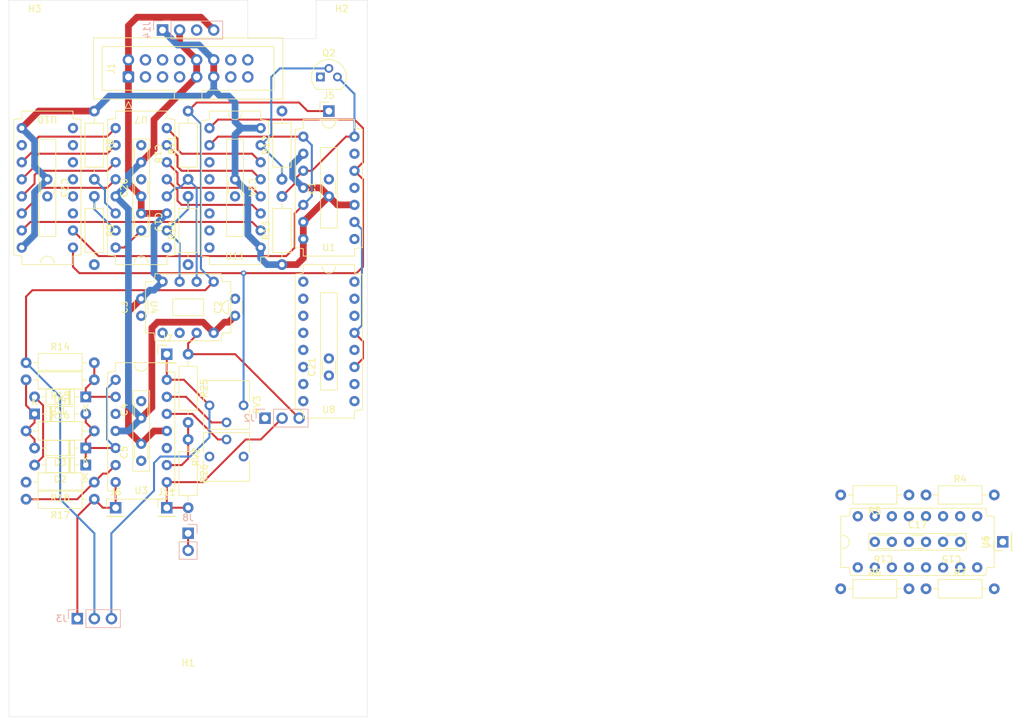
<source format=kicad_pcb>
(kicad_pcb (version 20211014) (generator pcbnew)
  (layers (0 "F.Cu" signal) (31 "B.Cu" signal) (34 "B.Paste" user) (35 "F.Paste" user) (36 "B.SilkS" user "B.Silkscreen") (37 "F.SilkS" user "F.Silkscreen") (38 "B.Mask" user) (39 "F.Mask" user) (44 "Edge.Cuts" user))
  (net 0 "")
  (net 1 "+5V")
  (net 2 "GNDD")
  (net 3 "+12V")
  (net 4 "f_clk")
  (net 5 "-12V")
  (net 6 "Net-(C16-Pad2)")
  (net 7 "/Flip-Flops/RCO")
  (net 8 "Net-(C19-Pad2)")
  (net 9 "Net-(D1-Pad2)")
  (net 10 "Net-(D2-Pad1)")
  (net 11 "/Flip-Flops/U{slash}D")
  (net 12 "/Flip-Flops/f_clk{slash}2")
  (net 13 "Net-(D1-Pad1)")
  (net 14 "Net-(D3-Pad2)")
  (net 15 "Net-(R8-Pad2)")
  (net 20 "Net-(R4-Pad1)")
  (net 21 "Net-(R5-Pad1)")
  (net 22 "Net-(R6-Pad2)")
  (net 23 "Net-(R9-Pad1)")
  (net 24 "Net-(R10-Pad2)")
  (net 25 "Net-(R17-Pad2)")
  (net 26 "Net-(Q2-Pad2)")
  (net 27 "Net-(R25-Pad2)")
  (net 28 "Net-(R7-Pad1)")
  (net 29 "Net-(R11-Pad1)")
  (net 30 "Net-(RV3-Pad2)")
  (net 31 "Net-(RV2-Pad2)")
  (net 34 "/Digital Analog Converter Ramp/QR4")
  (net 35 "/Digital Analog Converter Ramp/QR5")
  (net 36 "/Digital Analog Converter Ramp/QR6")
  (net 37 "/Digital Analog Converter Ramp/QR7")
  (net 38 "/Digital Analog Converter Ramp/QR0")
  (net 39 "/Digital Analog Converter Ramp/QR1")
  (net 40 "/Digital Analog Converter Ramp/QR2")
  (net 41 "/Digital Analog Converter Ramp/QR3")
  (net 42 "/Digital Analog Converter Triangle/QT4")
  (net 43 "/Digital Analog Converter Triangle/QT5")
  (net 44 "/Digital Analog Converter Triangle/QT6")
  (net 45 "/Digital Analog Converter Triangle/QT7")
  (net 46 "/Digital Analog Converter Triangle/QT0")
  (net 47 "/Digital Analog Converter Triangle/QT1")
  (net 48 "/Digital Analog Converter Triangle/QT2")
  (net 49 "/Digital Analog Converter Triangle/QT3")
  (net 54 "Net-(U10-Pad15)")
  (net 59 "Ramp")
  (net 60 "Triangle")
  (net 61 "Sine")
  (net 62 "Square")
  (net 63 "Saw")
  (net 64 "Pulse")
  (footprint "Connector_PinHeader_2.54mm:PinHeader_1x01_P2.54mm_Vertical" (layer "F.Cu") (at 23.495 52.705)
    (fp_text reference "J7")
    (fp_text value "Test Square")
  )
  (footprint "Custom Footprints:C_Disc_P2.54mm" (layer "F.Cu") (at 130.175 80.645 180)
    (fp_text reference "C16")
    (fp_text value "10n")
  )
  (footprint "Potentiometer_THT:Potentiometer_Vishay_T73YP_Vertical" (layer "F.Cu") (at 34.925 67.945 90)
    (fp_text reference "RV2")
    (fp_text value "1k-33%Pot")
  )
  (footprint "Resistor_THT:R_Axial_DIN0207_L6.3mm_D2.5mm_P10.16mm_Horizontal" (layer "F.Cu") (at 26.67 39.37 90)
    (fp_text reference "R10")
    (fp_text value "3k3")
  )
  (footprint "Custom Footprints:DIP-16_central_caps" (layer "F.Cu") (at 33.655 27.94)
    (fp_text reference "U11")
    (fp_text value "74LS169")
  )
  (footprint "Custom Footprints:DIP-14_central_caps" (layer "F.Cu") (at 19.685 64.135)
    (fp_text reference "U3")
    (fp_text value "TL074")
  )
  (footprint "Diode_THT:D_DO-35_SOD27_P7.62mm_Horizontal" (layer "F.Cu") (at 3.81 61.595)
    (fp_text reference "D4")
    (fp_text value "1N4148")
  )
  (footprint "Diode_THT:D_DO-35_SOD27_P7.62mm_Horizontal" (layer "F.Cu") (at 11.43 66.675 180)
    (fp_text reference "D3")
    (fp_text value "1N4148")
  )
  (footprint "Custom Footprints:DIP-14_central_caps" (layer "F.Cu") (at 47.625 27.94)
    (fp_text reference "U1")
    (fp_text value "74LS73")
  )
  (footprint "Resistor_THT:R_Axial_DIN0207_L6.3mm_D2.5mm_P10.16mm_Horizontal" (layer "F.Cu") (at 2.54 64.135)
    (fp_text reference "R16")
    (fp_text value "22k")
  )
  (footprint "Custom Footprints:C_Disc_P2.54mm" (layer "F.Cu") (at 5.715 27.94 -90)
    (fp_text reference "C23")
    (fp_text value "100n")
  )
  (footprint "Resistor_THT:R_Axial_DIN0207_L6.3mm_D2.5mm_P10.16mm_Horizontal" (layer "F.Cu") (at 12.7 29.21 -90)
    (fp_text reference "R9")
    (fp_text value "3k3")
  )
  (footprint "Custom Footprints:DIP-16_central_caps" (layer "F.Cu") (at 135.255 80.645 90)
    (fp_text reference "U6")
    (fp_text value "DAC08")
  )
  (footprint "Connector_PinHeader_2.54mm:PinHeader_1x01_P2.54mm_Vertical" (layer "F.Cu") (at 23.495 75.565)
    (fp_text reference "J11")
    (fp_text value "Test Saw")
  )
  (footprint "Diode_THT:D_DO-35_SOD27_P7.62mm_Horizontal" (layer "F.Cu") (at 11.43 69.215 180)
    (fp_text reference "D2")
    (fp_text value "3V3")
  )
  (footprint "Resistor_THT:R_Axial_DIN0207_L6.3mm_D2.5mm_P10.16mm_Horizontal" (layer "F.Cu") (at 136.525 87.63)
    (fp_text reference "R7")
    (fp_text value "3k3")
  )
  (footprint "Potentiometer_THT:Potentiometer_Vishay_T73YP_Vertical" (layer "F.Cu") (at 29.845 60.325 -90)
    (fp_text reference "RV3")
    (fp_text value "100k")
  )
  (footprint "Resistor_THT:R_Axial_DIN0207_L6.3mm_D2.5mm_P10.16mm_Horizontal" (layer "F.Cu") (at 12.7 74.295 180)
    (fp_text reference "R17")
    (fp_text value "22k")
  )
  (footprint "Custom Footprints:C_Disc_P2.54mm" (layer "F.Cu") (at 19.685 33.02 -90)
    (fp_text reference "C19")
    (fp_text value "10n")
  )
  (footprint "Resistor_THT:R_Axial_DIN0207_L6.3mm_D2.5mm_P10.16mm_Horizontal" (layer "F.Cu") (at 40.64 39.37 90)
    (fp_text reference "R13")
    (fp_text value "1k")
  )
  (footprint "Resistor_THT:R_Axial_DIN0207_L6.3mm_D2.5mm_P10.16mm_Horizontal" (layer "F.Cu") (at 123.825 87.63)
    (fp_text reference "R6")
    (fp_text value "3k3")
  )
  (footprint "Resistor_THT:R_Axial_DIN0207_L6.3mm_D2.5mm_P10.16mm_Horizontal" (layer "F.Cu") (at 2.54 53.975)
    (fp_text reference "R14")
    (fp_text value "10k")
  )
  (footprint "Custom Footprints:C_Disc_P2.54mm" (layer "F.Cu") (at 135.255 80.645)
    (fp_text reference "C17")
    (fp_text value "100n")
  )
  (footprint "Connector_PinHeader_2.54mm:PinHeader_1x01_P2.54mm_Vertical" (layer "F.Cu") (at 15.875 75.565)
    (fp_text reference "J6")
    (fp_text value "Test Sine")
  )
  (footprint "Custom Footprints:C_Disc_P2.54mm" (layer "F.Cu") (at 33.655 45.72 90)
    (fp_text reference "C2")
    (fp_text value "4n7")
  )
  (footprint "Custom Footprints:C_Disc_P2.54mm" (layer "F.Cu") (at 47.625 27.94 90)
    (fp_text reference "C1")
    (fp_text value "100n")
  )
  (footprint "Custom Footprints:C_Disc_P2.54mm" (layer "F.Cu") (at 19.685 22.86 -90)
    (fp_text reference "C18")
    (fp_text value "100n")
  )
  (footprint "Custom Footprints:C_Disc_P2.54mm" (layer "F.Cu") (at 19.685 27.94 90)
    (fp_text reference "C20")
    (fp_text value "100n")
  )
  (footprint "Package_TO_SOT_THT:TO-92" (layer "F.Cu") (at 46.355 11.43)
    (fp_text reference "Q2")
    (fp_text value "2N7000")
  )
  (footprint "Custom Footprints:DIP-16_central_caps" (layer "F.Cu") (at 19.685 27.94 180)
    (fp_text reference "U7")
    (fp_text value "DAC08")
  )
  (footprint "Resistor_THT:R_Axial_DIN0207_L6.3mm_D2.5mm_P10.16mm_Horizontal" (layer "F.Cu") (at 40.64 26.67 90)
    (fp_text reference "R12")
    (fp_text value "1k")
  )
  (footprint "Resistor_THT:R_Axial_DIN0207_L6.3mm_D2.5mm_P10.16mm_Horizontal" (layer "F.Cu") (at 26.67 65.405 -90)
    (fp_text reference "R26")
    (fp_text value "100k")
  )
  (footprint "Resistor_THT:R_Axial_DIN0207_L6.3mm_D2.5mm_P10.16mm_Horizontal" (layer "F.Cu") (at 26.67 26.67 90)
    (fp_text reference "R11")
    (fp_text value "3k3")
  )
  (footprint "Connector_PinHeader_2.54mm:PinHeader_1x01_P2.54mm_Vertical" (layer "F.Cu") (at 47.625 16.51)
    (fp_text reference "J5")
    (fp_text value "Test Triangle")
  )
  (footprint "Custom Footprints:Eurorack custom eFuse board 2x08_P2.54mm" (layer "F.Cu") (at 26.67 10.16)
    (fp_text reference "J1")
    (fp_text value "main_power")
  )
  (footprint "Custom Footprints:DIP-8_central_caps" (layer "F.Cu") (at 26.67 45.72 -90)
    (fp_text reference "U4")
    (fp_text value "TL082")
  )
  (footprint "Custom Footprints:C_Disc_P2.54mm" (layer "F.Cu") (at 47.625 54.61 90)
    (fp_text reference "C21")
    (fp_text value "10n")
  )
  (footprint "Custom Footprints:DIP-16_central_caps" (layer "F.Cu") (at 47.625 50.8)
    (fp_text reference "U8")
    (fp_text value "74HC590")
  )
  (footprint "MountingHole:MountingHole_3.2mm_M3" (layer "F.Cu") (at 3.81 3.81)
    (fp_text reference "H3")
    (fp_text value "MountingHole")
  )
  (footprint "Custom Footprints:C_Disc_P2.54mm" (layer "F.Cu") (at 19.685 45.72 90)
    (fp_text reference "C3")
    (fp_text value "4n7")
  )
  (footprint "Resistor_THT:R_Axial_DIN0207_L6.3mm_D2.5mm_P10.16mm_Horizontal" (layer "F.Cu") (at 12.7 56.515 180)
    (fp_text reference "R15")
    (fp_text value "10k")
  )
  (footprint "Resistor_THT:R_Axial_DIN0207_L6.3mm_D2.5mm_P10.16mm_Horizontal" (layer "F.Cu") (at 12.7 16.51 -90)
    (fp_text reference "R8")
    (fp_text value "3k3")
  )
  (footprint "Custom Footprints:C_Disc_P2.54mm" (layer "F.Cu") (at 140.335 80.645 180)
    (fp_text reference "C15")
    (fp_text value "100n")
  )
  (footprint "Custom Footprints:C_Disc_P2.54mm" (layer "F.Cu") (at 33.655 27.94 -90)
    (fp_text reference "C24")
    (fp_text value "100n")
  )
  (footprint "Custom Footprints:C_Disc_P2.54mm" (layer "F.Cu") (at 19.685 60.96 90)
    (fp_text reference "C4")
    (fp_text value "4n7")
  )
  (footprint "Resistor_THT:R_Axial_DIN0207_L6.3mm_D2.5mm_P10.16mm_Horizontal" (layer "F.Cu") (at 136.525 73.66)
    (fp_text reference "R4")
    (fp_text value "3k3")
  )
  (footprint "Connector_PinHeader_2.54mm:PinHeader_1x01_P2.54mm_Vertical" (layer "F.Cu") (at 147.955 80.645 90)
    (fp_text reference "J4")
    (fp_text value "Test Ramp")
  )
  (footprint "MountingHole:MountingHole_3.2mm_M3" (layer "F.Cu") (at 26.67 102.87)
    (fp_text reference "H1")
    (fp_text value "MountingHole")
  )
  (footprint "Resistor_THT:R_Axial_DIN0207_L6.3mm_D2.5mm_P10.16mm_Horizontal" (layer "F.Cu") (at 26.67 52.705 -90)
    (fp_text reference "R25")
    (fp_text value "100k")
  )
  (footprint "Diode_THT:D_DO-35_SOD27_P7.62mm_Horizontal" (layer "F.Cu") (at 11.43 59.055 180)
    (fp_text reference "D1")
    (fp_text value "3V3")
  )
  (footprint "Custom Footprints:DIP-16_central_caps" (layer "F.Cu") (at 5.715 27.94 180)
    (fp_text reference "U10")
    (fp_text value "74LS169")
  )
  (footprint "Resistor_THT:R_Axial_DIN0207_L6.3mm_D2.5mm_P10.16mm_Horizontal" (layer "F.Cu") (at 133.985 73.66 180)
    (fp_text reference "R5")
    (fp_text value "3k3")
  )
  (footprint "MountingHole:MountingHole_3.2mm_M3" (layer "F.Cu") (at 49.53 3.81)
    (fp_text reference "H2")
    (fp_text value "MountingHole")
  )
  (footprint "Custom Footprints:C_Disc_P2.54mm" (layer "F.Cu") (at 19.685 67.31 90)
    (fp_text reference "C5")
    (fp_text value "4n7")
  )
  (footprint "Resistor_THT:R_Axial_DIN0207_L6.3mm_D2.5mm_P10.16mm_Horizontal" (layer "F.Cu") (at 12.7 71.755 180)
    (fp_text reference "R18")
    (fp_text value "33k")
  )
  (footprint "Connector_PinHeader_2.54mm:PinHeader_1x03_P2.54mm_Vertical" (layer "B.Cu") (at 10.175 92.075 -90)
    (fp_text reference "J3")
    (fp_text value "conn_signals_2")
  )
  (footprint "Connector_PinHeader_2.54mm:PinHeader_1x02_P2.54mm_Vertical" (layer "B.Cu") (at 26.67 79.37 180)
    (fp_text reference "J8")
    (fp_text value "conn_signals_3")
  )
  (footprint "Connector_PinHeader_2.54mm:PinHeader_1x04_P2.54mm_Vertical" (layer "B.Cu") (at 22.86 4.445 -90)
    (fp_text reference "J14")
    (fp_text value "conn_power")
  )
  (footprint "Connector_PinHeader_2.54mm:PinHeader_1x03_P2.54mm_Vertical" (layer "B.Cu") (at 38.115 62.23 -90)
    (fp_text reference "J2")
    (fp_text value "conn_signals_1")
  )
  (gr_line locked (start 53.34 0) (end 45.72 0) (layer "Edge.Cuts") (width 0.05))
  (gr_line locked (start 35.56 5.715) (end 45.72 5.715) (layer "Edge.Cuts") (width 0.05))
  (gr_line locked (start 0 106.68) (end 0 0) (layer "Edge.Cuts") (width 0.05))
  (gr_line locked (start 35.56 0) (end 0 0) (layer "Edge.Cuts") (width 0.05))
  (gr_line locked (start 53.34 106.68) (end 0 106.68) (layer "Edge.Cuts") (width 0.05))
  (gr_line locked (start 53.34 0) (end 53.34 106.68) (layer "Edge.Cuts") (width 0.05))
  (gr_line locked (start 35.56 0) (end 35.56 5.715) (layer "Edge.Cuts") (width 0.05))
  (gr_line locked (start 45.72 5.715) (end 45.72 0) (layer "Edge.Cuts") (width 0.05))
  (segment (start 47.625 29.21) (end 46.355 27.94) (width 1) (layer "F.Cu") (net 1))
  (segment (start 47.625 29.21) (end 48.895 30.48) (width 1) (layer "F.Cu") (net 1))
  (segment (start 40.64 39.37) (end 42.8625 39.37) (width 1) (layer "F.Cu") (net 1))
  (segment (start 48.895 30.48) (end 51.435 30.48) (width 1) (layer "F.Cu") (net 1))
  (segment (start 43.815 33.02) (end 43.815 35.56) (width 1) (layer "F.Cu") (net 1))
  (segment (start 42.8625 39.37) (end 43.815 38.4175) (width 1) (layer "F.Cu") (net 1))
  (segment (start 43.815 38.4175) (end 43.815 35.56) (width 1) (layer "F.Cu") (net 1))
  (segment (start 1.905 19.05) (end 4.445 16.51) (width 1) (layer "F.Cu") (net 1))
  (segment (start 46.355 27.94) (end 43.815 27.94) (width 1) (layer "F.Cu") (net 1))
  (segment (start 47.625 29.21) (end 43.815 33.02) (width 1) (layer "F.Cu") (net 1))
  (segment (start 4.445 16.51) (end 12.7 16.51) (width 1) (layer "F.Cu") (net 1))
  (segment (start 30.48 8.89) (end 30.48 11.43) (width 1) (layer "F.Cu") (net 1))
  (segment (start 29.5275 14.2875) (end 30.48 13.335) (width 1) (layer "B.Cu") (net 1))
  (segment (start 3.81 24.765) (end 3.81 20.955) (width 1) (layer "B.Cu") (net 1))
  (segment (start 33.655 15.24) (end 33.655 18.0975) (width 1) (layer "B.Cu") (net 1))
  (segment (start 31.4325 14.2875) (end 32.7025 14.2875) (width 1) (layer "B.Cu") (net 1))
  (segment (start 33.655 26.67) (end 33.655 20.0025) (width 1) (layer "B.Cu") (net 1))
  (segment (start 25.0825 6.6675) (end 28.2575 6.6675) (width 1) (layer "B.Cu") (net 1))
  (segment (start 34.6075 19.05) (end 37.465 19.05) (width 1) (layer "B.Cu") (net 1))
  (segment (start 3.81 28.575) (end 5.715 26.67) (width 1) (layer "B.Cu") (net 1))
  (segment (start 22.86 4.445) (end 25.0825 6.6675) (width 1) (layer "B.Cu") (net 1))
  (segment (start 35.56 28.575) (end 33.655 26.67) (width 1) (layer "B.Cu") (net 1))
  (segment (start 3.81 20.955) (end 1.905 19.05) (width 1) (layer "B.Cu") (net 1))
  (segment (start 43.815 27.94) (end 42.2275 26.3525) (width 1) (layer "B.Cu") (net 1))
  (segment (start 38.4175 39.37) (end 40.64 39.37) (width 1) (layer "B.Cu") (net 1))
  (segment (start 33.655 18.0975) (end 34.6075 19.05) (width 1) (layer "B.Cu") (net 1))
  (segment (start 35.56 34.925) (end 35.56 28.575) (width 1) (layer "B.Cu") (net 1))
  (segment (start 3.81 34.925) (end 3.81 28.575) (width 1) (layer "B.Cu") (net 1))
  (segment (start 28.2575 6.6675) (end 30.48 8.89) (width 1) (layer "B.Cu") (net 1))
  (segment (start 30.48 13.335) (end 31.4325 14.2875) (width 1) (layer "B.Cu") (net 1))
  (segment (start 1.905 36.83) (end 3.81 34.925) (width 1) (layer "B.Cu") (net 1))
  (segment (start 37.465 36.83) (end 35.56 34.925) (width 1) (layer "B.Cu") (net 1))
  (segment (start 37.465 36.83) (end 37.465 38.4175) (width 1) (layer "B.Cu") (net 1))
  (segment (start 42.2275 24.4475) (end 43.815 22.86) (width 1) (layer "B.Cu") (net 1))
  (segment (start 33.655 20.0025) (end 34.6075 19.05) (width 1) (layer "B.Cu") (net 1))
  (segment (start 42.2275 26.3525) (end 42.2275 24.4475) (width 1) (layer "B.Cu") (net 1))
  (segment (start 12.7 16.51) (end 14.9225 14.2875) (width 1) (layer "B.Cu") (net 1))
  (segment (start 32.7025 14.2875) (end 33.655 15.24) (width 1) (layer "B.Cu") (net 1))
  (segment (start 30.48 13.335) (end 30.48 11.43) (width 1) (layer "B.Cu") (net 1))
  (segment (start 5.715 26.67) (end 3.81 24.765) (width 1) (layer "B.Cu") (net 1))
  (segment (start 37.465 38.4175) (end 38.4175 39.37) (width 1) (layer "B.Cu") (net 1))
  (segment (start 14.9225 14.2875) (end 29.5275 14.2875) (width 1) (layer "B.Cu") (net 1))
  (segment (start 22.105152 47.9425) (end 28.8925 47.9425) (width 1) (layer "F.Cu") (net 3))
  (segment (start 21.59 17.78) (end 27.94 11.43) (width 1) (layer "F.Cu") (net 3))
  (segment (start 21.2725 48.775152) (end 22.105152 47.9425) (width 1) (layer "F.Cu") (net 3))
  (segment (start 32.0675 47.9425) (end 32.7025 47.9425) (width 1) (layer "F.Cu") (net 3))
  (segment (start 32.7025 47.9425) (end 33.655 46.99) (width 1) (layer "F.Cu") (net 3))
  (segment (start 30.48 49.53) (end 32.0675 47.9425) (width 1) (layer "F.Cu") (net 3))
  (segment (start 28.8925 47.9425) (end 30.48 49.53) (width 1) (layer "F.Cu") (net 3))
  (segment (start 27.94 8.89) (end 27.94 11.43) (width 1) (layer "F.Cu") (net 3))
  (segment (start 21.59 22.225) (end 21.59 17.78) (width 1) (layer "F.Cu") (net 3))
  (segment (start 19.685 24.13) (end 21.59 22.225) (width 1) (layer "F.Cu") (net 3))
  (segment (start 27.94 8.89) (end 25.4 6.35) (width 1) (layer "F.Cu") (net 3))
  (segment (start 21.2725 60.6425) (end 21.2725 48.775152) (width 1) (layer "F.Cu") (net 3))
  (segment (start 25.4 6.35) (end 25.4 4.445) (width 1) (layer "F.Cu") (net 3))
  (segment (start 19.685 62.23) (end 21.2725 60.6425) (width 1) (layer "F.Cu") (net 3))
  (segment (start 15.875 64.135) (end 17.78 64.135) (width 1) (layer "B.Cu") (net 3))
  (segment (start 15.875 29.21) (end 17.78 27.305) (width 1) (layer "B.Cu") (net 3))
  (segment (start 19.685 62.23) (end 17.78 60.325) (width 1) (layer "B.Cu") (net 3))
  (segment (start 17.78 60.325) (end 17.78 31.115) (width 1) (layer "B.Cu") (net 3))
  (segment (start 17.78 26.035) (end 19.685 24.13) (width 1) (layer "B.Cu") (net 3))
  (segment (start 17.78 31.115) (end 15.875 29.21) (width 1) (layer "B.Cu") (net 3))
  (segment (start 17.78 64.135) (end 19.685 62.23) (width 1) (layer "B.Cu") (net 3))
  (segment (start 17.78 27.305) (end 17.78 26.035) (width 1) (layer "B.Cu") (net 3))
  (segment (start 41.275 38.1) (end 42.545 36.83) (width 0.3) (layer "F.Cu") (net 4))
  (segment (start 29.845 21.59) (end 31.115 20.32) (width 0.3) (layer "F.Cu") (net 4))
  (segment (start 31.115 20.32) (end 43.815 20.32) (width 0.3) (layer "F.Cu") (net 4))
  (segment (start 13.335 38.1) (end 41.275 38.1) (width 0.3) (layer "F.Cu") (net 4))
  (segment (start 42.545 36.83) (end 42.545 31.75) (width 0.3) (layer "F.Cu") (net 4))
  (segment (start 42.545 31.75) (end 43.815 30.48) (width 0.3) (layer "F.Cu") (net 4))
  (segment (start 9.525 34.29) (end 13.335 38.1) (width 0.3) (layer "F.Cu") (net 4))
  (segment (start 45.085 21.59) (end 45.085 29.21) (width 0.3) (layer "B.Cu") (net 4))
  (segment (start 45.085 29.21) (end 43.815 30.48) (width 0.3) (layer "B.Cu") (net 4))
  (segment (start 43.815 20.32) (end 45.085 21.59) (width 0.3) (layer "B.Cu") (net 4))
  (segment (start 17.78 46.355) (end 19.685 44.45) (width 1) (layer "F.Cu") (net 5))
  (segment (start 28.575 2.54) (end 30.48 4.445) (width 1) (layer "F.Cu") (net 5))
  (segment (start 19.05 2.54) (end 28.575 2.54) (width 1) (layer "F.Cu") (net 5))
  (segment (start 19.685 66.04) (end 17.78 64.135) (width 1) (layer "F.Cu") (net 5))
  (segment (start 17.78 8.89) (end 17.78 11.43) (width 1) (layer "F.Cu") (net 5))
  (segment (start 17.78 64.135) (end 17.78 46.355) (width 1) (layer "F.Cu") (net 5))
  (segment (start 19.685 66.04) (end 21.59 64.135) (width 1) (layer "F.Cu") (net 5))
  (segment (start 17.78 27.305) (end 17.78 11.43) (width 1) (layer "F.Cu") (net 5))
  (segment (start 21.59 64.135) (end 23.495 64.135) (width 1) (layer "F.Cu") (net 5))
  (segment (start 19.685 29.21) (end 19.685 31.75) (width 1) (layer "F.Cu") (net 5))
  (segment (start 17.78 3.81) (end 19.05 2.54) (width 1) (layer "F.Cu") (net 5))
  (segment (start 17.78 8.89) (end 17.78 3.81) (width 1) (layer "F.Cu") (net 5))
  (segment (start 19.685 31.75) (end 23.495 31.75) (width 1) (layer "F.Cu") (net 5))
  (segment (start 19.685 29.21) (end 17.78 27.305) (width 1) (layer "F.Cu") (net 5))
  (segment (start 19.685 44.45) (end 20.955 43.18) (width 1) (layer "B.Cu") (net 5))
  (segment (start 20.955 43.18) (end 21.59 43.18) (width 1) (layer "B.Cu") (net 5))
  (segment (start 22.86 41.91) (end 21.59 43.18) (width 1) (layer "B.Cu") (net 5))
  (segment (start 22.86 41.91) (end 21.59 40.64) (width 1) (layer "B.Cu") (net 5))
  (segment (start 21.59 40.64) (end 21.59 33.655) (width 1) (layer "B.Cu") (net 5))
  (segment (start 21.59 33.655) (end 23.495 31.75) (width 1) (layer "B.Cu") (net 5))
  (segment (start 50.165 20.32) (end 51.435 20.32) (width 0.3) (layer "F.Cu") (net 7))
  (segment (start 43.815 25.4) (end 45.085 25.4) (width 0.3) (layer "F.Cu") (net 7))
  (segment (start 40.64 29.21) (end 42.545 27.305) (width 0.3) (layer "F.Cu") (net 7))
  (segment (start 42.545 27.305) (end 42.545 26.67) (width 0.3) (layer "F.Cu") (net 7))
  (segment (start 42.545 26.67) (end 43.815 25.4) (width 0.3) (layer "F.Cu") (net 7))
  (segment (start 45.085 25.4) (end 50.165 20.32) (width 0.3) (layer "F.Cu") (net 7))
  (segment (start 51.435 13.97) (end 48.895 11.43) (width 0.3) (layer "B.Cu") (net 7))
  (segment (start 51.435 20.32) (end 51.435 13.97) (width 0.3) (layer "B.Cu") (net 7))
  (segment (start 17.145 36.83) (end 19.685 34.29) (width 0.3) (layer "F.Cu") (net 8))
  (segment (start 15.875 36.83) (end 17.145 36.83) (width 0.3) (layer "F.Cu") (net 8))
  (segment (start 5.08 67.945) (end 3.81 69.215) (width 0.3) (layer "F.Cu") (net 9))
  (segment (start 3.81 59.055) (end 5.08 60.325) (width 0.3) (layer "F.Cu") (net 9))
  (segment (start 5.08 60.325) (end 5.08 67.945) (width 0.3) (layer "F.Cu") (net 9))
  (segment (start 12.7 64.135) (end 11.43 62.865) (width 0.3) (layer "F.Cu") (net 10))
  (segment (start 11.43 65.405) (end 11.43 66.675) (width 0.3) (layer "F.Cu") (net 10))
  (segment (start 11.43 66.675) (end 11.43 69.215) (width 0.3) (layer "F.Cu") (net 10))
  (segment (start 11.43 62.865) (end 11.43 61.595) (width 0.3) (layer "F.Cu") (net 10))
  (segment (start 15.875 66.675) (end 11.43 66.675) (width 0.3) (layer "F.Cu") (net 10))
  (segment (start 12.7 64.135) (end 11.43 65.405) (width 0.3) (layer "F.Cu") (net 10))
  (segment (start 14.605 65.405) (end 15.875 66.675) (width 0.3) (layer "B.Cu") (net 10))
  (segment (start 14.605 57.785) (end 14.605 65.405) (width 0.3) (layer "B.Cu") (net 10))
  (segment (start 15.875 56.515) (end 14.605 57.785) (width 0.3) (layer "B.Cu") (net 10))
  (segment (start 51.435 17.78) (end 31.115 17.78) (width 0.3) (layer "F.Cu") (net 11))
  (segment (start 31.115 17.78) (end 29.845 19.05) (width 0.3) (layer "F.Cu") (net 11))
  (segment (start 52.705 19.05) (end 51.435 17.78) (width 0.3) (layer "F.Cu") (net 11))
  (segment (start 51.435 25.4) (end 52.705 24.13) (width 0.3) (layer "F.Cu") (net 11))
  (segment (start 51.7525 40.64) (end 52.705 39.6875) (width 0.3) (layer "F.Cu") (net 11))
  (segment (start 9.525 36.83) (end 9.525 39.6875) (width 0.3) (layer "F.Cu") (net 11))
  (segment (start 52.705 24.13) (end 52.705 19.05) (width 0.3) (layer "F.Cu") (net 11))
  (segment (start 52.705 39.6875) (end 52.705 26.67) (width 0.3) (layer "F.Cu") (net 11))
  (segment (start 10.4775 40.64) (end 51.7525 40.64) (width 0.3) (layer "F.Cu") (net 11))
  (segment (start 52.705 26.67) (end 51.435 25.4) (width 0.3) (layer "F.Cu") (net 11))
  (segment (start 9.525 39.6875) (end 10.4775 40.64) (width 0.3) (layer "F.Cu") (net 11))
  (via (at 34.925 40.64) (size 0.8) (drill 0.4) (layers "F.Cu" "B.Cu") (net 11))
  (segment (start 34.925 60.325) (end 34.925 40.64) (width 0.3) (layer "B.Cu") (net 11))
  (segment (start 51.435 49.53) (end 52.705 50.8) (width 0.3) (layer "F.Cu") (net 12))
  (segment (start 52.705 53.34) (end 51.435 54.61) (width 0.3) (layer "F.Cu") (net 12))
  (segment (start 52.705 50.8) (end 52.705 53.34) (width 0.3) (layer "F.Cu") (net 12))
  (segment (start 52.546511 34.131511) (end 51.435 33.02) (width 0.3) (layer "B.Cu") (net 12))
  (segment (start 51.435 49.53) (end 52.546511 48.418489) (width 0.3) (layer "B.Cu") (net 12))
  (segment (start 52.546511 48.418489) (end 52.546511 34.131511) (width 0.3) (layer "B.Cu") (net 12))
  (segment (start 11.43 57.785) (end 12.7 56.515) (width 0.3) (layer "F.Cu") (net 13))
  (segment (start 11.43 59.055) (end 11.43 57.785) (width 0.3) (layer "F.Cu") (net 13))
  (segment (start 12.7 53.975) (end 12.7 56.515) (width 0.3) (layer "F.Cu") (net 13))
  (segment (start 15.875 59.055) (end 11.43 59.055) (width 0.3) (layer "F.Cu") (net 13))
  (segment (start 3.81 62.865) (end 3.81 61.595) (width 0.3) (layer "F.Cu") (net 14))
  (segment (start 3.81 61.595) (end 2.54 60.325) (width 0.3) (layer "F.Cu") (net 14))
  (segment (start 3.81 65.405) (end 3.81 66.675) (width 0.3) (layer "F.Cu") (net 14))
  (segment (start 2.54 64.135) (end 3.81 65.405) (width 0.3) (layer "F.Cu") (net 14))
  (segment (start 2.54 64.135) (end 3.81 62.865) (width 0.3) (layer "F.Cu") (net 14))
  (segment (start 2.54 60.325) (end 2.54 56.515) (width 0.3) (layer "F.Cu") (net 14))
  (segment (start 14.2875 30.1625) (end 15.875 31.75) (width 0.3) (layer "B.Cu") (net 15))
  (segment (start 14.2875 28.2575) (end 14.2875 30.1625) (width 0.3) (layer "B.Cu") (net 15))
  (segment (start 12.7 26.67) (end 14.2875 28.2575) (width 0.3) (layer "B.Cu") (net 15))
  (segment (start 12.7 31.115) (end 15.875 34.29) (width 0.3) (layer "B.Cu") (net 23))
  (segment (start 12.7 29.21) (end 12.7 31.115) (width 0.3) (layer "B.Cu") (net 23))
  (segment (start 25.4 41.91) (end 25.4 36.195) (width 0.3) (layer "B.Cu") (net 24))
  (segment (start 26.67 31.115) (end 26.67 29.21) (width 0.3) (layer "B.Cu") (net 24))
  (segment (start 23.495 34.29) (end 26.67 31.115) (width 0.3) (layer "B.Cu") (net 24))
  (segment (start 23.495 34.29) (end 25.4 36.195) (width 0.3) (layer "B.Cu") (net 24))
  (segment (start 2.54 74.295) (end 10.16 74.295) (width 0.3) (layer "F.Cu") (net 25))
  (segment (start 14.605 70.485) (end 15.875 69.215) (width 0.3) (layer "F.Cu") (net 25))
  (segment (start 12.7 71.755) (end 13.97 70.485) (width 0.3) (layer "F.Cu") (net 25))
  (segment (start 13.97 70.485) (end 14.605 70.485) (width 0.3) (layer "F.Cu") (net 25))
  (segment (start 10.16 74.295) (end 12.7 71.755) (width 0.3) (layer "F.Cu") (net 25))
  (segment (start 39.0525 20.0025) (end 39.0525 11.43) (width 0.3) (layer "B.Cu") (net 26))
  (segment (start 40.64 24.765) (end 40.64 26.67) (width 0.3) (layer "B.Cu") (net 26))
  (segment (start 40.3225 10.16) (end 47.625 10.16) (width 0.3) (layer "B.Cu") (net 26))
  (segment (start 39.0525 11.43) (end 40.3225 10.16) (width 0.3) (layer "B.Cu") (net 26))
  (segment (start 37.465 21.59) (end 39.0525 20.0025) (width 0.3) (layer "B.Cu") (net 26))
  (segment (start 37.465 21.59) (end 40.64 24.765) (width 0.3) (layer "B.Cu") (net 26))
  (segment (start 26.67 62.865) (end 26.67 65.405) (width 0.3) (layer "F.Cu") (net 27))
  (segment (start 25.7175 69.215) (end 23.495 69.215) (width 0.3) (layer "F.Cu") (net 27))
  (segment (start 26.67 68.2625) (end 25.7175 69.215) (width 0.3) (layer "F.Cu") (net 27))
  (segment (start 26.67 65.405) (end 26.67 68.2625) (width 0.3) (layer "F.Cu") (net 27))
  (segment (start 27.94 27.94) (end 26.67 26.67) (width 0.3) (layer "B.Cu") (net 29))
  (segment (start 27.94 41.91) (end 27.94 27.94) (width 0.3) (layer "B.Cu") (net 29))
  (segment (start 23.495 29.21) (end 24.765 27.94) (width 0.3) (layer "B.Cu") (net 29))
  (segment (start 25.4 27.94) (end 26.67 26.67) (width 0.3) (layer "B.Cu") (net 29))
  (segment (start 24.765 27.94) (end 25.4 27.94) (width 0.3) (layer "B.Cu") (net 29))
  (segment (start 30.1625 62.865) (end 32.385 62.865) (width 0.3) (layer "F.Cu") (net 30))
  (segment (start 23.495 59.055) (end 26.3525 59.055) (width 0.3) (layer "F.Cu") (net 30))
  (segment (start 26.3525 59.055) (end 30.1625 62.865) (width 0.3) (layer "F.Cu") (net 30))
  (segment (start 27.305 61.595) (end 31.115 65.405) (width 0.3) (layer "F.Cu") (net 31))
  (segment (start 31.115 65.405) (end 32.385 65.405) (width 0.3) (layer "F.Cu") (net 31))
  (segment (start 23.495 61.595) (end 27.305 61.595) (width 0.3) (layer "F.Cu") (net 31))
  (segment (start 23.495 19.05) (end 25.0825 20.6375) (width 0.3) (layer "F.Cu") (net 42))
  (segment (start 25.0825 20.6375) (end 25.0825 22.225) (width 0.3) (layer "F.Cu") (net 42))
  (segment (start 25.0825 22.225) (end 25.7175 22.86) (width 0.3) (layer "F.Cu") (net 42))
  (segment (start 25.7175 22.86) (end 36.195 22.86) (width 0.3) (layer "F.Cu") (net 42))
  (segment (start 36.195 22.86) (end 37.465 24.13) (width 0.3) (layer "F.Cu") (net 42))
  (segment (start 25.0825 23.1775) (end 23.495 21.59) (width 0.3) (layer "F.Cu") (net 43))
  (segment (start 25.698422 25.4) (end 25.0825 24.784078) (width 0.3) (layer "F.Cu") (net 43))
  (segment (start 37.465 26.67) (end 36.195 25.4) (width 0.3) (layer "F.Cu") (net 43))
  (segment (start 36.195 25.4) (end 25.698422 25.4) (width 0.3) (layer "F.Cu") (net 43))
  (segment (start 25.0825 24.784078) (end 25.0825 23.1775) (width 0.3) (layer "F.Cu") (net 43))
  (segment (start 25.698422 27.94) (end 25.0825 27.324078) (width 0.3) (layer "F.Cu") (net 44))
  (segment (start 37.465 29.21) (end 36.195 27.94) (width 0.3) (layer "F.Cu") (net 44))
  (segment (start 25.0825 25.7175) (end 23.495 24.13) (width 0.3) (layer "F.Cu") (net 44))
  (segment (start 25.0825 27.324078) (end 25.0825 25.7175) (width 0.3) (layer "F.Cu") (net 44))
  (segment (start 36.195 27.94) (end 25.698422 27.94) (width 0.3) (layer "F.Cu") (net 44))
  (segment (start 25.0825 29.864078) (end 25.0825 28.2575) (width 0.3) (layer "F.Cu") (net 45))
  (segment (start 36.195 30.48) (end 25.698422 30.48) (width 0.3) (layer "F.Cu") (net 45))
  (segment (start 37.465 31.75) (end 36.195 30.48) (width 0.3) (layer "F.Cu") (net 45))
  (segment (start 25.698422 30.48) (end 25.0825 29.864078) (width 0.3) (layer "F.Cu") (net 45))
  (segment (start 25.0825 28.2575) (end 23.495 26.67) (width 0.3) (layer "F.Cu") (net 45))
  (segment (start 3.81 28.575) (end 4.445 27.94) (width 0.3) (layer "F.Cu") (net 46))
  (segment (start 1.905 31.75) (end 3.81 29.845) (width 0.3) (layer "F.Cu") (net 46))
  (segment (start 4.445 27.94) (end 14.605 27.94) (width 0.3) (layer "F.Cu") (net 46))
  (segment (start 14.605 27.94) (end 15.875 26.67) (width 0.3) (layer "F.Cu") (net 46))
  (segment (start 3.81 29.845) (end 3.81 28.575) (width 0.3) (layer "F.Cu") (net 46))
  (segment (start 3.81 27.305) (end 1.905 29.21) (width 0.3) (layer "F.Cu") (net 47))
  (segment (start 3.81 26.035) (end 3.81 27.305) (width 0.3) (layer "F.Cu") (net 47))
  (segment (start 4.445 25.4) (end 3.81 26.035) (width 0.3) (layer "F.Cu") (net 47))
  (segment (start 15.875 24.13) (end 14.605 25.4) (width 0.3) (layer "F.Cu") (net 47))
  (segment (start 14.605 25.4) (end 4.445 25.4) (width 0.3) (layer "F.Cu") (net 47))
  (segment (start 15.875 21.59) (end 14.605 22.86) (width 0.3) (layer "F.Cu") (net 48))
  (segment (start 3.81 23.495) (end 3.81 24.765) (width 0.3) (layer "F.Cu") (net 48))
  (segment (start 4.445 22.86) (end 3.81 23.495) (width 0.3) (layer "F.Cu") (net 48))
  (segment (start 3.81 24.765) (end 1.905 26.67) (width 0.3) (layer "F.Cu") (net 48))
  (segment (start 14.605 22.86) (end 4.445 22.86) (width 0.3) (layer "F.Cu") (net 48))
  (segment (start 3.81 20.955) (end 3.81 22.225) (width 0.3) (layer "F.Cu") (net 49))
  (segment (start 15.875 19.05) (end 14.605 20.32) (width 0.3) (layer "F.Cu") (net 49))
  (segment (start 4.445 20.32) (end 3.81 20.955) (width 0.3) (layer "F.Cu") (net 49))
  (segment (start 14.605 20.32) (end 4.445 20.32) (width 0.3) (layer "F.Cu") (net 49))
  (segment (start 3.81 22.225) (end 1.905 24.13) (width 0.3) (layer "F.Cu") (net 49))
  (segment (start 3.175 33.02) (end 36.195 33.02) (width 0.3) (layer "F.Cu") (net 54))
  (segment (start 36.195 33.02) (end 37.465 34.29) (width 0.3) (layer "F.Cu") (net 54))
  (segment (start 1.905 34.29) (end 3.175 33.02) (width 0.3) (layer "F.Cu") (net 54))
  (segment (start 43.195 62.23) (end 33.67 52.705) (width 0.3) (layer "F.Cu") (net 59))
  (segment (start 33.67 52.705) (end 26.67 52.705) (width 0.3) (layer "F.Cu") (net 59))
  (segment (start 26.67 52.705) (end 26.67 51.1175) (width 0.3) (layer "F.Cu") (net 59))
  (segment (start 26.67 51.1175) (end 27.94 49.8475) (width 0.3) (layer "F.Cu") (net 59))
  (segment (start 3.4925 43.18) (end 29.21 43.18) (width 0.3) (layer "F.Cu") (net 60))
  (segment (start 26.67 16.51) (end 27.94 15.24) (width 0.3) (layer "F.Cu") (net 60))
  (segment (start 43.18 15.24) (end 44.45 16.51) (width 0.3) (layer "F.Cu") (net 60))
  (segment (start 29.21 43.18) (end 30.48 41.91) (width 0.3) (layer "F.Cu") (net 60))
  (segment (start 44.45 16.51) (end 47.625 16.51) (width 0.3) (layer "F.Cu") (net 60))
  (segment (start 2.54 44.1325) (end 3.4925 43.18) (width 0.3) (layer "F.Cu") (net 60))
  (segment (start 27.94 15.24) (end 43.18 15.24) (width 0.3) (layer "F.Cu") (net 60))
  (segment (start 2.54 53.975) (end 2.54 44.1325) (width 0.3) (layer "F.Cu") (net 60))
  (segment (start 28.575 18.415) (end 26.67 16.51) (width 0.3) (layer "B.Cu") (net 60))
  (segment (start 30.48 41.91) (end 28.575 40.005) (width 0.3) (layer "B.Cu") (net 60))
  (segment (start 28.575 39.0525) (end 28.575 18.415) (width 0.3) (layer "B.Cu") (net 60))
  (segment (start 28.575 40.005) (end 28.575 39.0525) (width 0.3) (layer "B.Cu") (net 60))
  (segment (start 7.62 74.295) (end 7.62 59.055) (width 0.3) (layer "B.Cu") (net 60))
  (segment (start 12.715 92.075) (end 12.715 79.39) (width 0.3) (layer "B.Cu") (net 60))
  (segment (start 12.715 79.39) (end 7.62 74.295) (width 0.3) (layer "B.Cu") (net 60))
  (segment (start 7.62 59.055) (end 2.54 53.975) (width 0.3) (layer "B.Cu") (net 60))
  (segment (start 15.875 71.755) (end 15.875 75.565) (width 0.3) (layer "F.Cu") (net 61))
  (segment (start 10.175 76.82) (end 12.7 74.295) (width 0.3) (layer "F.Cu") (net 61))
  (segment (start 12.7 74.295) (end 13.97 75.565) (width 0.3) (layer "F.Cu") (net 61))
  (segment (start 13.97 75.565) (end 15.875 75.565) (width 0.3) (layer "F.Cu") (net 61))
  (segment (start 10.175 92.075) (end 10.175 76.82) (width 0.3) (layer "F.Cu") (net 61))
  (segment (start 23.495 52.705) (end 23.495 56.515) (width 0.3) (layer "F.Cu") (net 62))
  (segment (start 26.035 56.515) (end 29.845 60.325) (width 0.3) (layer "F.Cu") (net 62))
  (segment (start 23.495 56.515) (end 26.035 56.515) (width 0.3) (layer "F.Cu") (net 62))
  (segment (start 15.24 79.375) (end 21.59 73.025) (width 0.3) (layer "B.Cu") (net 62))
  (segment (start 21.59 73.025) (end 21.59 68.8975) (width 0.3) (layer "B.Cu") (net 62))
  (segment (start 26.9875 67.945) (end 29.845 65.0875) (width 0.3) (layer "B.Cu") (net 62))
  (segment (start 29.845 65.0875) (end 29.845 60.325) (width 0.3) (layer "B.Cu") (net 62))
  (segment (start 21.59 68.8975) (end 22.5425 67.945) (width 0.3) (layer "B.Cu") (net 62))
  (segment (start 15.24 92.075) (end 15.24 79.375) (width 0.3) (layer "B.Cu") (net 62))
  (segment (start 22.5425 67.945) (end 26.9875 67.945) (width 0.3) (layer "B.Cu") (net 62))
  (segment (start 35.2425 65.405) (end 28.8925 71.755) (width 0.3) (layer "F.Cu") (net 63))
  (segment (start 40.655 62.23) (end 37.48 65.405) (width 0.3) (layer "F.Cu") (net 63))
  (segment (start 37.48 65.405) (end 35.2425 65.405) (width 0.3) (layer "F.Cu") (net 63))
  (segment (start 23.495 71.755) (end 23.495 75.565) (width 0.3) (layer "F.Cu") (net 63))
  (segment (start 28.8925 71.755) (end 23.1775 71.755) (width 0.3) (layer "F.Cu") (net 63))
  (segment (start 23.495 75.565) (end 26.67 75.565) (width 0.3) (layer "F.Cu") (net 63))
  (segment (start 26.67 81.91) (end 26.67 79.375) (width 0.3) (layer "F.Cu") (net 64))
)
</source>
